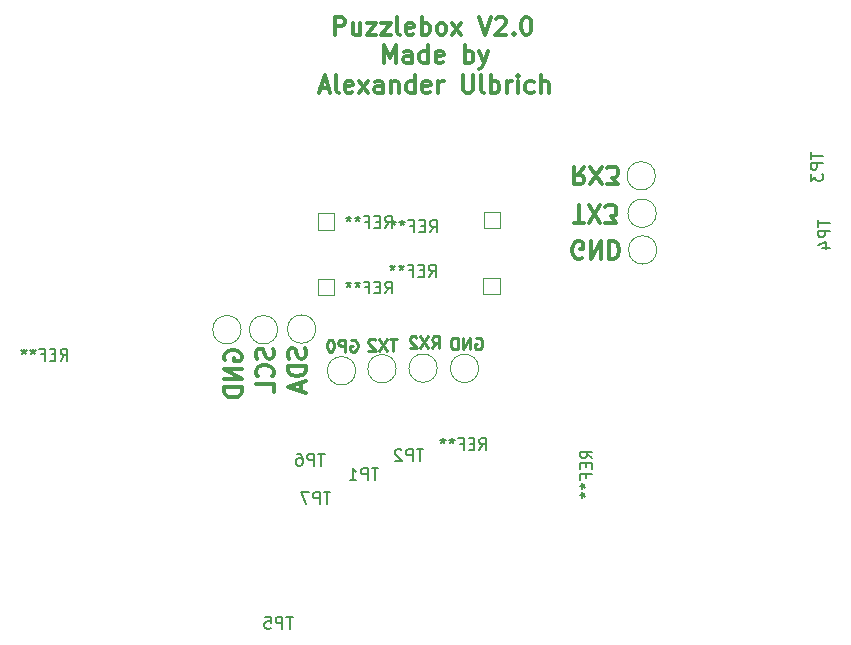
<source format=gbr>
G04 #@! TF.GenerationSoftware,KiCad,Pcbnew,5.0.2-bee76a0~70~ubuntu18.04.1*
G04 #@! TF.CreationDate,2019-11-03T21:10:50+01:00*
G04 #@! TF.ProjectId,puzzlebox,70757a7a-6c65-4626-9f78-2e6b69636164,rev?*
G04 #@! TF.SameCoordinates,Original*
G04 #@! TF.FileFunction,Legend,Bot*
G04 #@! TF.FilePolarity,Positive*
%FSLAX46Y46*%
G04 Gerber Fmt 4.6, Leading zero omitted, Abs format (unit mm)*
G04 Created by KiCad (PCBNEW 5.0.2-bee76a0~70~ubuntu18.04.1) date So 03 Nov 2019 21:10:50 CET*
%MOMM*%
%LPD*%
G01*
G04 APERTURE LIST*
%ADD10C,0.300000*%
%ADD11C,0.250000*%
%ADD12C,0.120000*%
%ADD13C,0.150000*%
G04 APERTURE END LIST*
D10*
X94916371Y-77991171D02*
X94916371Y-76491171D01*
X95416371Y-77562600D01*
X95916371Y-76491171D01*
X95916371Y-77991171D01*
X97273514Y-77991171D02*
X97273514Y-77205457D01*
X97202085Y-77062600D01*
X97059228Y-76991171D01*
X96773514Y-76991171D01*
X96630657Y-77062600D01*
X97273514Y-77919742D02*
X97130657Y-77991171D01*
X96773514Y-77991171D01*
X96630657Y-77919742D01*
X96559228Y-77776885D01*
X96559228Y-77634028D01*
X96630657Y-77491171D01*
X96773514Y-77419742D01*
X97130657Y-77419742D01*
X97273514Y-77348314D01*
X98630657Y-77991171D02*
X98630657Y-76491171D01*
X98630657Y-77919742D02*
X98487800Y-77991171D01*
X98202085Y-77991171D01*
X98059228Y-77919742D01*
X97987800Y-77848314D01*
X97916371Y-77705457D01*
X97916371Y-77276885D01*
X97987800Y-77134028D01*
X98059228Y-77062600D01*
X98202085Y-76991171D01*
X98487800Y-76991171D01*
X98630657Y-77062600D01*
X99916371Y-77919742D02*
X99773514Y-77991171D01*
X99487800Y-77991171D01*
X99344942Y-77919742D01*
X99273514Y-77776885D01*
X99273514Y-77205457D01*
X99344942Y-77062600D01*
X99487800Y-76991171D01*
X99773514Y-76991171D01*
X99916371Y-77062600D01*
X99987800Y-77205457D01*
X99987800Y-77348314D01*
X99273514Y-77491171D01*
X101773514Y-77991171D02*
X101773514Y-76491171D01*
X101773514Y-77062600D02*
X101916371Y-76991171D01*
X102202085Y-76991171D01*
X102344942Y-77062600D01*
X102416371Y-77134028D01*
X102487800Y-77276885D01*
X102487800Y-77705457D01*
X102416371Y-77848314D01*
X102344942Y-77919742D01*
X102202085Y-77991171D01*
X101916371Y-77991171D01*
X101773514Y-77919742D01*
X102987800Y-76991171D02*
X103344942Y-77991171D01*
X103702085Y-76991171D02*
X103344942Y-77991171D01*
X103202085Y-78348314D01*
X103130657Y-78419742D01*
X102987800Y-78491171D01*
X89523514Y-80112600D02*
X90237800Y-80112600D01*
X89380657Y-80541171D02*
X89880657Y-79041171D01*
X90380657Y-80541171D01*
X91094942Y-80541171D02*
X90952085Y-80469742D01*
X90880657Y-80326885D01*
X90880657Y-79041171D01*
X92237800Y-80469742D02*
X92094942Y-80541171D01*
X91809228Y-80541171D01*
X91666371Y-80469742D01*
X91594942Y-80326885D01*
X91594942Y-79755457D01*
X91666371Y-79612600D01*
X91809228Y-79541171D01*
X92094942Y-79541171D01*
X92237800Y-79612600D01*
X92309228Y-79755457D01*
X92309228Y-79898314D01*
X91594942Y-80041171D01*
X92809228Y-80541171D02*
X93594942Y-79541171D01*
X92809228Y-79541171D02*
X93594942Y-80541171D01*
X94809228Y-80541171D02*
X94809228Y-79755457D01*
X94737800Y-79612600D01*
X94594942Y-79541171D01*
X94309228Y-79541171D01*
X94166371Y-79612600D01*
X94809228Y-80469742D02*
X94666371Y-80541171D01*
X94309228Y-80541171D01*
X94166371Y-80469742D01*
X94094942Y-80326885D01*
X94094942Y-80184028D01*
X94166371Y-80041171D01*
X94309228Y-79969742D01*
X94666371Y-79969742D01*
X94809228Y-79898314D01*
X95523514Y-79541171D02*
X95523514Y-80541171D01*
X95523514Y-79684028D02*
X95594942Y-79612600D01*
X95737800Y-79541171D01*
X95952085Y-79541171D01*
X96094942Y-79612600D01*
X96166371Y-79755457D01*
X96166371Y-80541171D01*
X97523514Y-80541171D02*
X97523514Y-79041171D01*
X97523514Y-80469742D02*
X97380657Y-80541171D01*
X97094942Y-80541171D01*
X96952085Y-80469742D01*
X96880657Y-80398314D01*
X96809228Y-80255457D01*
X96809228Y-79826885D01*
X96880657Y-79684028D01*
X96952085Y-79612600D01*
X97094942Y-79541171D01*
X97380657Y-79541171D01*
X97523514Y-79612600D01*
X98809228Y-80469742D02*
X98666371Y-80541171D01*
X98380657Y-80541171D01*
X98237800Y-80469742D01*
X98166371Y-80326885D01*
X98166371Y-79755457D01*
X98237800Y-79612600D01*
X98380657Y-79541171D01*
X98666371Y-79541171D01*
X98809228Y-79612600D01*
X98880657Y-79755457D01*
X98880657Y-79898314D01*
X98166371Y-80041171D01*
X99523514Y-80541171D02*
X99523514Y-79541171D01*
X99523514Y-79826885D02*
X99594942Y-79684028D01*
X99666371Y-79612600D01*
X99809228Y-79541171D01*
X99952085Y-79541171D01*
X101594942Y-79041171D02*
X101594942Y-80255457D01*
X101666371Y-80398314D01*
X101737800Y-80469742D01*
X101880657Y-80541171D01*
X102166371Y-80541171D01*
X102309228Y-80469742D01*
X102380657Y-80398314D01*
X102452085Y-80255457D01*
X102452085Y-79041171D01*
X103380657Y-80541171D02*
X103237800Y-80469742D01*
X103166371Y-80326885D01*
X103166371Y-79041171D01*
X103952085Y-80541171D02*
X103952085Y-79041171D01*
X103952085Y-79612600D02*
X104094942Y-79541171D01*
X104380657Y-79541171D01*
X104523514Y-79612600D01*
X104594942Y-79684028D01*
X104666371Y-79826885D01*
X104666371Y-80255457D01*
X104594942Y-80398314D01*
X104523514Y-80469742D01*
X104380657Y-80541171D01*
X104094942Y-80541171D01*
X103952085Y-80469742D01*
X105309228Y-80541171D02*
X105309228Y-79541171D01*
X105309228Y-79826885D02*
X105380657Y-79684028D01*
X105452085Y-79612600D01*
X105594942Y-79541171D01*
X105737800Y-79541171D01*
X106237800Y-80541171D02*
X106237800Y-79541171D01*
X106237800Y-79041171D02*
X106166371Y-79112600D01*
X106237800Y-79184028D01*
X106309228Y-79112600D01*
X106237800Y-79041171D01*
X106237800Y-79184028D01*
X107594942Y-80469742D02*
X107452085Y-80541171D01*
X107166371Y-80541171D01*
X107023514Y-80469742D01*
X106952085Y-80398314D01*
X106880657Y-80255457D01*
X106880657Y-79826885D01*
X106952085Y-79684028D01*
X107023514Y-79612600D01*
X107166371Y-79541171D01*
X107452085Y-79541171D01*
X107594942Y-79612600D01*
X108237800Y-80541171D02*
X108237800Y-79041171D01*
X108880657Y-80541171D02*
X108880657Y-79755457D01*
X108809228Y-79612600D01*
X108666371Y-79541171D01*
X108452085Y-79541171D01*
X108309228Y-79612600D01*
X108237800Y-79684028D01*
X90748885Y-75608571D02*
X90748885Y-74108571D01*
X91320314Y-74108571D01*
X91463171Y-74180000D01*
X91534600Y-74251428D01*
X91606028Y-74394285D01*
X91606028Y-74608571D01*
X91534600Y-74751428D01*
X91463171Y-74822857D01*
X91320314Y-74894285D01*
X90748885Y-74894285D01*
X92891742Y-74608571D02*
X92891742Y-75608571D01*
X92248885Y-74608571D02*
X92248885Y-75394285D01*
X92320314Y-75537142D01*
X92463171Y-75608571D01*
X92677457Y-75608571D01*
X92820314Y-75537142D01*
X92891742Y-75465714D01*
X93463171Y-74608571D02*
X94248885Y-74608571D01*
X93463171Y-75608571D01*
X94248885Y-75608571D01*
X94677457Y-74608571D02*
X95463171Y-74608571D01*
X94677457Y-75608571D01*
X95463171Y-75608571D01*
X96248885Y-75608571D02*
X96106028Y-75537142D01*
X96034600Y-75394285D01*
X96034600Y-74108571D01*
X97391742Y-75537142D02*
X97248885Y-75608571D01*
X96963171Y-75608571D01*
X96820314Y-75537142D01*
X96748885Y-75394285D01*
X96748885Y-74822857D01*
X96820314Y-74680000D01*
X96963171Y-74608571D01*
X97248885Y-74608571D01*
X97391742Y-74680000D01*
X97463171Y-74822857D01*
X97463171Y-74965714D01*
X96748885Y-75108571D01*
X98106028Y-75608571D02*
X98106028Y-74108571D01*
X98106028Y-74680000D02*
X98248885Y-74608571D01*
X98534600Y-74608571D01*
X98677457Y-74680000D01*
X98748885Y-74751428D01*
X98820314Y-74894285D01*
X98820314Y-75322857D01*
X98748885Y-75465714D01*
X98677457Y-75537142D01*
X98534600Y-75608571D01*
X98248885Y-75608571D01*
X98106028Y-75537142D01*
X99677457Y-75608571D02*
X99534600Y-75537142D01*
X99463171Y-75465714D01*
X99391742Y-75322857D01*
X99391742Y-74894285D01*
X99463171Y-74751428D01*
X99534600Y-74680000D01*
X99677457Y-74608571D01*
X99891742Y-74608571D01*
X100034600Y-74680000D01*
X100106028Y-74751428D01*
X100177457Y-74894285D01*
X100177457Y-75322857D01*
X100106028Y-75465714D01*
X100034600Y-75537142D01*
X99891742Y-75608571D01*
X99677457Y-75608571D01*
X100677457Y-75608571D02*
X101463171Y-74608571D01*
X100677457Y-74608571D02*
X101463171Y-75608571D01*
X102963171Y-74108571D02*
X103463171Y-75608571D01*
X103963171Y-74108571D01*
X104391742Y-74251428D02*
X104463171Y-74180000D01*
X104606028Y-74108571D01*
X104963171Y-74108571D01*
X105106028Y-74180000D01*
X105177457Y-74251428D01*
X105248885Y-74394285D01*
X105248885Y-74537142D01*
X105177457Y-74751428D01*
X104320314Y-75608571D01*
X105248885Y-75608571D01*
X105891742Y-75465714D02*
X105963171Y-75537142D01*
X105891742Y-75608571D01*
X105820314Y-75537142D01*
X105891742Y-75465714D01*
X105891742Y-75608571D01*
X106891742Y-74108571D02*
X107034599Y-74108571D01*
X107177457Y-74180000D01*
X107248885Y-74251428D01*
X107320314Y-74394285D01*
X107391742Y-74680000D01*
X107391742Y-75037142D01*
X107320314Y-75322857D01*
X107248885Y-75465714D01*
X107177457Y-75537142D01*
X107034599Y-75608571D01*
X106891742Y-75608571D01*
X106748885Y-75537142D01*
X106677457Y-75465714D01*
X106606028Y-75322857D01*
X106534599Y-75037142D01*
X106534599Y-74680000D01*
X106606028Y-74394285D01*
X106677457Y-74251428D01*
X106748885Y-74180000D01*
X106891742Y-74108571D01*
D11*
X92103485Y-101481000D02*
X92198723Y-101433380D01*
X92341580Y-101433380D01*
X92484438Y-101481000D01*
X92579676Y-101576238D01*
X92627295Y-101671476D01*
X92674914Y-101861952D01*
X92674914Y-102004809D01*
X92627295Y-102195285D01*
X92579676Y-102290523D01*
X92484438Y-102385761D01*
X92341580Y-102433380D01*
X92246342Y-102433380D01*
X92103485Y-102385761D01*
X92055866Y-102338142D01*
X92055866Y-102004809D01*
X92246342Y-102004809D01*
X91627295Y-102433380D02*
X91627295Y-101433380D01*
X91246342Y-101433380D01*
X91151104Y-101481000D01*
X91103485Y-101528619D01*
X91055866Y-101623857D01*
X91055866Y-101766714D01*
X91103485Y-101861952D01*
X91151104Y-101909571D01*
X91246342Y-101957190D01*
X91627295Y-101957190D01*
X90436819Y-101433380D02*
X90341580Y-101433380D01*
X90246342Y-101481000D01*
X90198723Y-101528619D01*
X90151104Y-101623857D01*
X90103485Y-101814333D01*
X90103485Y-102052428D01*
X90151104Y-102242904D01*
X90198723Y-102338142D01*
X90246342Y-102385761D01*
X90341580Y-102433380D01*
X90436819Y-102433380D01*
X90532057Y-102385761D01*
X90579676Y-102338142D01*
X90627295Y-102242904D01*
X90674914Y-102052428D01*
X90674914Y-101814333D01*
X90627295Y-101623857D01*
X90579676Y-101528619D01*
X90532057Y-101481000D01*
X90436819Y-101433380D01*
D10*
X111683942Y-94526800D02*
X111541085Y-94598228D01*
X111326800Y-94598228D01*
X111112514Y-94526800D01*
X110969657Y-94383942D01*
X110898228Y-94241085D01*
X110826800Y-93955371D01*
X110826800Y-93741085D01*
X110898228Y-93455371D01*
X110969657Y-93312514D01*
X111112514Y-93169657D01*
X111326800Y-93098228D01*
X111469657Y-93098228D01*
X111683942Y-93169657D01*
X111755371Y-93241085D01*
X111755371Y-93741085D01*
X111469657Y-93741085D01*
X112398228Y-93098228D02*
X112398228Y-94598228D01*
X113255371Y-93098228D01*
X113255371Y-94598228D01*
X113969657Y-93098228D02*
X113969657Y-94598228D01*
X114326800Y-94598228D01*
X114541085Y-94526800D01*
X114683942Y-94383942D01*
X114755371Y-94241085D01*
X114826800Y-93955371D01*
X114826800Y-93741085D01*
X114755371Y-93455371D01*
X114683942Y-93312514D01*
X114541085Y-93169657D01*
X114326800Y-93098228D01*
X113969657Y-93098228D01*
X81444400Y-103174942D02*
X81372971Y-103032085D01*
X81372971Y-102817800D01*
X81444400Y-102603514D01*
X81587257Y-102460657D01*
X81730114Y-102389228D01*
X82015828Y-102317800D01*
X82230114Y-102317800D01*
X82515828Y-102389228D01*
X82658685Y-102460657D01*
X82801542Y-102603514D01*
X82872971Y-102817800D01*
X82872971Y-102960657D01*
X82801542Y-103174942D01*
X82730114Y-103246371D01*
X82230114Y-103246371D01*
X82230114Y-102960657D01*
X82872971Y-103889228D02*
X81372971Y-103889228D01*
X82872971Y-104746371D01*
X81372971Y-104746371D01*
X82872971Y-105460657D02*
X81372971Y-105460657D01*
X81372971Y-105817800D01*
X81444400Y-106032085D01*
X81587257Y-106174942D01*
X81730114Y-106246371D01*
X82015828Y-106317800D01*
X82230114Y-106317800D01*
X82515828Y-106246371D01*
X82658685Y-106174942D01*
X82801542Y-106032085D01*
X82872971Y-105817800D01*
X82872971Y-105460657D01*
D11*
X102666704Y-101303200D02*
X102761942Y-101255580D01*
X102904800Y-101255580D01*
X103047657Y-101303200D01*
X103142895Y-101398438D01*
X103190514Y-101493676D01*
X103238133Y-101684152D01*
X103238133Y-101827009D01*
X103190514Y-102017485D01*
X103142895Y-102112723D01*
X103047657Y-102207961D01*
X102904800Y-102255580D01*
X102809561Y-102255580D01*
X102666704Y-102207961D01*
X102619085Y-102160342D01*
X102619085Y-101827009D01*
X102809561Y-101827009D01*
X102190514Y-102255580D02*
X102190514Y-101255580D01*
X101619085Y-102255580D01*
X101619085Y-101255580D01*
X101142895Y-102255580D02*
X101142895Y-101255580D01*
X100904800Y-101255580D01*
X100761942Y-101303200D01*
X100666704Y-101398438D01*
X100619085Y-101493676D01*
X100571466Y-101684152D01*
X100571466Y-101827009D01*
X100619085Y-102017485D01*
X100666704Y-102112723D01*
X100761942Y-102207961D01*
X100904800Y-102255580D01*
X101142895Y-102255580D01*
D10*
X88211742Y-102166171D02*
X88283171Y-102380457D01*
X88283171Y-102737600D01*
X88211742Y-102880457D01*
X88140314Y-102951885D01*
X87997457Y-103023314D01*
X87854600Y-103023314D01*
X87711742Y-102951885D01*
X87640314Y-102880457D01*
X87568885Y-102737600D01*
X87497457Y-102451885D01*
X87426028Y-102309028D01*
X87354600Y-102237600D01*
X87211742Y-102166171D01*
X87068885Y-102166171D01*
X86926028Y-102237600D01*
X86854600Y-102309028D01*
X86783171Y-102451885D01*
X86783171Y-102809028D01*
X86854600Y-103023314D01*
X88283171Y-103666171D02*
X86783171Y-103666171D01*
X86783171Y-104023314D01*
X86854600Y-104237600D01*
X86997457Y-104380457D01*
X87140314Y-104451885D01*
X87426028Y-104523314D01*
X87640314Y-104523314D01*
X87926028Y-104451885D01*
X88068885Y-104380457D01*
X88211742Y-104237600D01*
X88283171Y-104023314D01*
X88283171Y-103666171D01*
X87854600Y-105094742D02*
X87854600Y-105809028D01*
X88283171Y-104951885D02*
X86783171Y-105451885D01*
X88283171Y-105951885D01*
X85493942Y-102176485D02*
X85565371Y-102390771D01*
X85565371Y-102747914D01*
X85493942Y-102890771D01*
X85422514Y-102962200D01*
X85279657Y-103033628D01*
X85136800Y-103033628D01*
X84993942Y-102962200D01*
X84922514Y-102890771D01*
X84851085Y-102747914D01*
X84779657Y-102462200D01*
X84708228Y-102319342D01*
X84636800Y-102247914D01*
X84493942Y-102176485D01*
X84351085Y-102176485D01*
X84208228Y-102247914D01*
X84136800Y-102319342D01*
X84065371Y-102462200D01*
X84065371Y-102819342D01*
X84136800Y-103033628D01*
X85422514Y-104533628D02*
X85493942Y-104462200D01*
X85565371Y-104247914D01*
X85565371Y-104105057D01*
X85493942Y-103890771D01*
X85351085Y-103747914D01*
X85208228Y-103676485D01*
X84922514Y-103605057D01*
X84708228Y-103605057D01*
X84422514Y-103676485D01*
X84279657Y-103747914D01*
X84136800Y-103890771D01*
X84065371Y-104105057D01*
X84065371Y-104247914D01*
X84136800Y-104462200D01*
X84208228Y-104533628D01*
X85565371Y-105890771D02*
X85565371Y-105176485D01*
X84065371Y-105176485D01*
D11*
X95980095Y-101357180D02*
X95408666Y-101357180D01*
X95694380Y-102357180D02*
X95694380Y-101357180D01*
X95170571Y-101357180D02*
X94503904Y-102357180D01*
X94503904Y-101357180D02*
X95170571Y-102357180D01*
X94170571Y-101452419D02*
X94122952Y-101404800D01*
X94027714Y-101357180D01*
X93789619Y-101357180D01*
X93694380Y-101404800D01*
X93646761Y-101452419D01*
X93599142Y-101547657D01*
X93599142Y-101642895D01*
X93646761Y-101785752D01*
X94218190Y-102357180D01*
X93599142Y-102357180D01*
X98991657Y-102153980D02*
X99324990Y-101677790D01*
X99563085Y-102153980D02*
X99563085Y-101153980D01*
X99182133Y-101153980D01*
X99086895Y-101201600D01*
X99039276Y-101249219D01*
X98991657Y-101344457D01*
X98991657Y-101487314D01*
X99039276Y-101582552D01*
X99086895Y-101630171D01*
X99182133Y-101677790D01*
X99563085Y-101677790D01*
X98658323Y-101153980D02*
X97991657Y-102153980D01*
X97991657Y-101153980D02*
X98658323Y-102153980D01*
X97658323Y-101249219D02*
X97610704Y-101201600D01*
X97515466Y-101153980D01*
X97277371Y-101153980D01*
X97182133Y-101201600D01*
X97134514Y-101249219D01*
X97086895Y-101344457D01*
X97086895Y-101439695D01*
X97134514Y-101582552D01*
X97705942Y-102153980D01*
X97086895Y-102153980D01*
D10*
X111020457Y-91550228D02*
X111877600Y-91550228D01*
X111449028Y-90050228D02*
X111449028Y-91550228D01*
X112234742Y-91550228D02*
X113234742Y-90050228D01*
X113234742Y-91550228D02*
X112234742Y-90050228D01*
X113663314Y-91550228D02*
X114591885Y-91550228D01*
X114091885Y-90978800D01*
X114306171Y-90978800D01*
X114449028Y-90907371D01*
X114520457Y-90835942D01*
X114591885Y-90693085D01*
X114591885Y-90335942D01*
X114520457Y-90193085D01*
X114449028Y-90121657D01*
X114306171Y-90050228D01*
X113877600Y-90050228D01*
X113734742Y-90121657D01*
X113663314Y-90193085D01*
X111862514Y-86773628D02*
X111362514Y-87487914D01*
X111005371Y-86773628D02*
X111005371Y-88273628D01*
X111576800Y-88273628D01*
X111719657Y-88202200D01*
X111791085Y-88130771D01*
X111862514Y-87987914D01*
X111862514Y-87773628D01*
X111791085Y-87630771D01*
X111719657Y-87559342D01*
X111576800Y-87487914D01*
X111005371Y-87487914D01*
X112362514Y-88273628D02*
X113362514Y-86773628D01*
X113362514Y-88273628D02*
X112362514Y-86773628D01*
X113791085Y-88273628D02*
X114719657Y-88273628D01*
X114219657Y-87702200D01*
X114433942Y-87702200D01*
X114576800Y-87630771D01*
X114648228Y-87559342D01*
X114719657Y-87416485D01*
X114719657Y-87059342D01*
X114648228Y-86916485D01*
X114576800Y-86845057D01*
X114433942Y-86773628D01*
X114005371Y-86773628D01*
X113862514Y-86845057D01*
X113791085Y-86916485D01*
D12*
G04 #@! TO.C,REF\002A\002A*
X103363800Y-92013000D02*
X104763800Y-92013000D01*
X104763800Y-92013000D02*
X104763800Y-90613000D01*
X104763800Y-90613000D02*
X103363800Y-90613000D01*
X103363800Y-90613000D02*
X103363800Y-92013000D01*
X103313000Y-97575600D02*
X104713000Y-97575600D01*
X104713000Y-97575600D02*
X104713000Y-96175600D01*
X104713000Y-96175600D02*
X103313000Y-96175600D01*
X103313000Y-96175600D02*
X103313000Y-97575600D01*
X89292200Y-97677200D02*
X90692200Y-97677200D01*
X90692200Y-97677200D02*
X90692200Y-96277200D01*
X90692200Y-96277200D02*
X89292200Y-96277200D01*
X89292200Y-96277200D02*
X89292200Y-97677200D01*
X118014600Y-93827600D02*
G75*
G03X118014600Y-93827600I-1200000J0D01*
G01*
X102927000Y-103860600D02*
G75*
G03X102927000Y-103860600I-1200000J0D01*
G01*
G04 #@! TO.C,TP1*
X95942000Y-103886000D02*
G75*
G03X95942000Y-103886000I-1200000J0D01*
G01*
G04 #@! TO.C,TP2*
X99421800Y-103835200D02*
G75*
G03X99421800Y-103835200I-1200000J0D01*
G01*
G04 #@! TO.C,TP3*
X117887600Y-87553800D02*
G75*
G03X117887600Y-87553800I-1200000J0D01*
G01*
G04 #@! TO.C,TP4*
X117963800Y-90728800D02*
G75*
G03X117963800Y-90728800I-1200000J0D01*
G01*
G04 #@! TO.C,TP5*
X85909000Y-100584000D02*
G75*
G03X85909000Y-100584000I-1200000J0D01*
G01*
G04 #@! TO.C,TP6*
X89134800Y-100533200D02*
G75*
G03X89134800Y-100533200I-1200000J0D01*
G01*
G04 #@! TO.C,REF\002A\002A*
X82810200Y-100584000D02*
G75*
G03X82810200Y-100584000I-1200000J0D01*
G01*
G04 #@! TO.C,TP7*
X92513000Y-104063800D02*
G75*
G03X92513000Y-104063800I-1200000J0D01*
G01*
G04 #@! TO.C,REF\002A\002A*
X89292200Y-90740000D02*
X89292200Y-92140000D01*
X90692200Y-90740000D02*
X89292200Y-90740000D01*
X90692200Y-92140000D02*
X90692200Y-90740000D01*
X89292200Y-92140000D02*
X90692200Y-92140000D01*
D13*
X98793133Y-92324180D02*
X99126466Y-91847990D01*
X99364561Y-92324180D02*
X99364561Y-91324180D01*
X98983609Y-91324180D01*
X98888371Y-91371800D01*
X98840752Y-91419419D01*
X98793133Y-91514657D01*
X98793133Y-91657514D01*
X98840752Y-91752752D01*
X98888371Y-91800371D01*
X98983609Y-91847990D01*
X99364561Y-91847990D01*
X98364561Y-91800371D02*
X98031228Y-91800371D01*
X97888371Y-92324180D02*
X98364561Y-92324180D01*
X98364561Y-91324180D01*
X97888371Y-91324180D01*
X97126466Y-91800371D02*
X97459800Y-91800371D01*
X97459800Y-92324180D02*
X97459800Y-91324180D01*
X96983609Y-91324180D01*
X96459800Y-91324180D02*
X96459800Y-91562276D01*
X96697895Y-91467038D02*
X96459800Y-91562276D01*
X96221704Y-91467038D01*
X96602657Y-91752752D02*
X96459800Y-91562276D01*
X96316942Y-91752752D01*
X95697895Y-91324180D02*
X95697895Y-91562276D01*
X95935990Y-91467038D02*
X95697895Y-91562276D01*
X95459800Y-91467038D01*
X95840752Y-91752752D02*
X95697895Y-91562276D01*
X95555038Y-91752752D01*
X98716933Y-96083380D02*
X99050266Y-95607190D01*
X99288361Y-96083380D02*
X99288361Y-95083380D01*
X98907409Y-95083380D01*
X98812171Y-95131000D01*
X98764552Y-95178619D01*
X98716933Y-95273857D01*
X98716933Y-95416714D01*
X98764552Y-95511952D01*
X98812171Y-95559571D01*
X98907409Y-95607190D01*
X99288361Y-95607190D01*
X98288361Y-95559571D02*
X97955028Y-95559571D01*
X97812171Y-96083380D02*
X98288361Y-96083380D01*
X98288361Y-95083380D01*
X97812171Y-95083380D01*
X97050266Y-95559571D02*
X97383600Y-95559571D01*
X97383600Y-96083380D02*
X97383600Y-95083380D01*
X96907409Y-95083380D01*
X96383600Y-95083380D02*
X96383600Y-95321476D01*
X96621695Y-95226238D02*
X96383600Y-95321476D01*
X96145504Y-95226238D01*
X96526457Y-95511952D02*
X96383600Y-95321476D01*
X96240742Y-95511952D01*
X95621695Y-95083380D02*
X95621695Y-95321476D01*
X95859790Y-95226238D02*
X95621695Y-95321476D01*
X95383600Y-95226238D01*
X95764552Y-95511952D02*
X95621695Y-95321476D01*
X95478838Y-95511952D01*
X95008533Y-97505780D02*
X95341866Y-97029590D01*
X95579961Y-97505780D02*
X95579961Y-96505780D01*
X95199009Y-96505780D01*
X95103771Y-96553400D01*
X95056152Y-96601019D01*
X95008533Y-96696257D01*
X95008533Y-96839114D01*
X95056152Y-96934352D01*
X95103771Y-96981971D01*
X95199009Y-97029590D01*
X95579961Y-97029590D01*
X94579961Y-96981971D02*
X94246628Y-96981971D01*
X94103771Y-97505780D02*
X94579961Y-97505780D01*
X94579961Y-96505780D01*
X94103771Y-96505780D01*
X93341866Y-96981971D02*
X93675200Y-96981971D01*
X93675200Y-97505780D02*
X93675200Y-96505780D01*
X93199009Y-96505780D01*
X92675200Y-96505780D02*
X92675200Y-96743876D01*
X92913295Y-96648638D02*
X92675200Y-96743876D01*
X92437104Y-96648638D01*
X92818057Y-96934352D02*
X92675200Y-96743876D01*
X92532342Y-96934352D01*
X91913295Y-96505780D02*
X91913295Y-96743876D01*
X92151390Y-96648638D02*
X91913295Y-96743876D01*
X91675200Y-96648638D01*
X92056152Y-96934352D02*
X91913295Y-96743876D01*
X91770438Y-96934352D01*
X112542580Y-111468066D02*
X112066390Y-111134733D01*
X112542580Y-110896638D02*
X111542580Y-110896638D01*
X111542580Y-111277590D01*
X111590200Y-111372828D01*
X111637819Y-111420447D01*
X111733057Y-111468066D01*
X111875914Y-111468066D01*
X111971152Y-111420447D01*
X112018771Y-111372828D01*
X112066390Y-111277590D01*
X112066390Y-110896638D01*
X112018771Y-111896638D02*
X112018771Y-112229971D01*
X112542580Y-112372828D02*
X112542580Y-111896638D01*
X111542580Y-111896638D01*
X111542580Y-112372828D01*
X112018771Y-113134733D02*
X112018771Y-112801400D01*
X112542580Y-112801400D02*
X111542580Y-112801400D01*
X111542580Y-113277590D01*
X111542580Y-113801400D02*
X111780676Y-113801400D01*
X111685438Y-113563304D02*
X111780676Y-113801400D01*
X111685438Y-114039495D01*
X111971152Y-113658542D02*
X111780676Y-113801400D01*
X111971152Y-113944257D01*
X111542580Y-114563304D02*
X111780676Y-114563304D01*
X111685438Y-114325209D02*
X111780676Y-114563304D01*
X111685438Y-114801400D01*
X111971152Y-114420447D02*
X111780676Y-114563304D01*
X111971152Y-114706161D01*
X102984133Y-110764580D02*
X103317466Y-110288390D01*
X103555561Y-110764580D02*
X103555561Y-109764580D01*
X103174609Y-109764580D01*
X103079371Y-109812200D01*
X103031752Y-109859819D01*
X102984133Y-109955057D01*
X102984133Y-110097914D01*
X103031752Y-110193152D01*
X103079371Y-110240771D01*
X103174609Y-110288390D01*
X103555561Y-110288390D01*
X102555561Y-110240771D02*
X102222228Y-110240771D01*
X102079371Y-110764580D02*
X102555561Y-110764580D01*
X102555561Y-109764580D01*
X102079371Y-109764580D01*
X101317466Y-110240771D02*
X101650800Y-110240771D01*
X101650800Y-110764580D02*
X101650800Y-109764580D01*
X101174609Y-109764580D01*
X100650800Y-109764580D02*
X100650800Y-110002676D01*
X100888895Y-109907438D02*
X100650800Y-110002676D01*
X100412704Y-109907438D01*
X100793657Y-110193152D02*
X100650800Y-110002676D01*
X100507942Y-110193152D01*
X99888895Y-109764580D02*
X99888895Y-110002676D01*
X100126990Y-109907438D02*
X99888895Y-110002676D01*
X99650800Y-109907438D01*
X100031752Y-110193152D02*
X99888895Y-110002676D01*
X99746038Y-110193152D01*
G04 #@! TO.C,TP1*
X94429104Y-112304580D02*
X93857676Y-112304580D01*
X94143390Y-113304580D02*
X94143390Y-112304580D01*
X93524342Y-113304580D02*
X93524342Y-112304580D01*
X93143390Y-112304580D01*
X93048152Y-112352200D01*
X93000533Y-112399819D01*
X92952914Y-112495057D01*
X92952914Y-112637914D01*
X93000533Y-112733152D01*
X93048152Y-112780771D01*
X93143390Y-112828390D01*
X93524342Y-112828390D01*
X92000533Y-113304580D02*
X92571961Y-113304580D01*
X92286247Y-113304580D02*
X92286247Y-112304580D01*
X92381485Y-112447438D01*
X92476723Y-112542676D01*
X92571961Y-112590295D01*
G04 #@! TO.C,TP2*
X98239104Y-110704380D02*
X97667676Y-110704380D01*
X97953390Y-111704380D02*
X97953390Y-110704380D01*
X97334342Y-111704380D02*
X97334342Y-110704380D01*
X96953390Y-110704380D01*
X96858152Y-110752000D01*
X96810533Y-110799619D01*
X96762914Y-110894857D01*
X96762914Y-111037714D01*
X96810533Y-111132952D01*
X96858152Y-111180571D01*
X96953390Y-111228190D01*
X97334342Y-111228190D01*
X96381961Y-110799619D02*
X96334342Y-110752000D01*
X96239104Y-110704380D01*
X96001009Y-110704380D01*
X95905771Y-110752000D01*
X95858152Y-110799619D01*
X95810533Y-110894857D01*
X95810533Y-110990095D01*
X95858152Y-111132952D01*
X96429580Y-111704380D01*
X95810533Y-111704380D01*
G04 #@! TO.C,TP3*
X131049780Y-85555295D02*
X131049780Y-86126723D01*
X132049780Y-85841009D02*
X131049780Y-85841009D01*
X132049780Y-86460057D02*
X131049780Y-86460057D01*
X131049780Y-86841009D01*
X131097400Y-86936247D01*
X131145019Y-86983866D01*
X131240257Y-87031485D01*
X131383114Y-87031485D01*
X131478352Y-86983866D01*
X131525971Y-86936247D01*
X131573590Y-86841009D01*
X131573590Y-86460057D01*
X131049780Y-87364819D02*
X131049780Y-87983866D01*
X131430733Y-87650533D01*
X131430733Y-87793390D01*
X131478352Y-87888628D01*
X131525971Y-87936247D01*
X131621209Y-87983866D01*
X131859304Y-87983866D01*
X131954542Y-87936247D01*
X132002161Y-87888628D01*
X132049780Y-87793390D01*
X132049780Y-87507676D01*
X132002161Y-87412438D01*
X131954542Y-87364819D01*
G04 #@! TO.C,TP4*
X131684780Y-91295695D02*
X131684780Y-91867123D01*
X132684780Y-91581409D02*
X131684780Y-91581409D01*
X132684780Y-92200457D02*
X131684780Y-92200457D01*
X131684780Y-92581409D01*
X131732400Y-92676647D01*
X131780019Y-92724266D01*
X131875257Y-92771885D01*
X132018114Y-92771885D01*
X132113352Y-92724266D01*
X132160971Y-92676647D01*
X132208590Y-92581409D01*
X132208590Y-92200457D01*
X132018114Y-93629028D02*
X132684780Y-93629028D01*
X131637161Y-93390933D02*
X132351447Y-93152838D01*
X132351447Y-93771885D01*
G04 #@! TO.C,TP5*
X87215504Y-124902980D02*
X86644076Y-124902980D01*
X86929790Y-125902980D02*
X86929790Y-124902980D01*
X86310742Y-125902980D02*
X86310742Y-124902980D01*
X85929790Y-124902980D01*
X85834552Y-124950600D01*
X85786933Y-124998219D01*
X85739314Y-125093457D01*
X85739314Y-125236314D01*
X85786933Y-125331552D01*
X85834552Y-125379171D01*
X85929790Y-125426790D01*
X86310742Y-125426790D01*
X84834552Y-124902980D02*
X85310742Y-124902980D01*
X85358361Y-125379171D01*
X85310742Y-125331552D01*
X85215504Y-125283933D01*
X84977409Y-125283933D01*
X84882171Y-125331552D01*
X84834552Y-125379171D01*
X84786933Y-125474409D01*
X84786933Y-125712504D01*
X84834552Y-125807742D01*
X84882171Y-125855361D01*
X84977409Y-125902980D01*
X85215504Y-125902980D01*
X85310742Y-125855361D01*
X85358361Y-125807742D01*
G04 #@! TO.C,TP6*
X89882504Y-111085380D02*
X89311076Y-111085380D01*
X89596790Y-112085380D02*
X89596790Y-111085380D01*
X88977742Y-112085380D02*
X88977742Y-111085380D01*
X88596790Y-111085380D01*
X88501552Y-111133000D01*
X88453933Y-111180619D01*
X88406314Y-111275857D01*
X88406314Y-111418714D01*
X88453933Y-111513952D01*
X88501552Y-111561571D01*
X88596790Y-111609190D01*
X88977742Y-111609190D01*
X87549171Y-111085380D02*
X87739647Y-111085380D01*
X87834885Y-111133000D01*
X87882504Y-111180619D01*
X87977742Y-111323476D01*
X88025361Y-111513952D01*
X88025361Y-111894904D01*
X87977742Y-111990142D01*
X87930123Y-112037761D01*
X87834885Y-112085380D01*
X87644409Y-112085380D01*
X87549171Y-112037761D01*
X87501552Y-111990142D01*
X87453933Y-111894904D01*
X87453933Y-111656809D01*
X87501552Y-111561571D01*
X87549171Y-111513952D01*
X87644409Y-111466333D01*
X87834885Y-111466333D01*
X87930123Y-111513952D01*
X87977742Y-111561571D01*
X88025361Y-111656809D01*
G04 #@! TO.C,REF\002A\002A*
X67525733Y-103195380D02*
X67859066Y-102719190D01*
X68097161Y-103195380D02*
X68097161Y-102195380D01*
X67716209Y-102195380D01*
X67620971Y-102243000D01*
X67573352Y-102290619D01*
X67525733Y-102385857D01*
X67525733Y-102528714D01*
X67573352Y-102623952D01*
X67620971Y-102671571D01*
X67716209Y-102719190D01*
X68097161Y-102719190D01*
X67097161Y-102671571D02*
X66763828Y-102671571D01*
X66620971Y-103195380D02*
X67097161Y-103195380D01*
X67097161Y-102195380D01*
X66620971Y-102195380D01*
X65859066Y-102671571D02*
X66192400Y-102671571D01*
X66192400Y-103195380D02*
X66192400Y-102195380D01*
X65716209Y-102195380D01*
X65192400Y-102195380D02*
X65192400Y-102433476D01*
X65430495Y-102338238D02*
X65192400Y-102433476D01*
X64954304Y-102338238D01*
X65335257Y-102623952D02*
X65192400Y-102433476D01*
X65049542Y-102623952D01*
X64430495Y-102195380D02*
X64430495Y-102433476D01*
X64668590Y-102338238D02*
X64430495Y-102433476D01*
X64192400Y-102338238D01*
X64573352Y-102623952D02*
X64430495Y-102433476D01*
X64287638Y-102623952D01*
G04 #@! TO.C,TP7*
X90365104Y-114336580D02*
X89793676Y-114336580D01*
X90079390Y-115336580D02*
X90079390Y-114336580D01*
X89460342Y-115336580D02*
X89460342Y-114336580D01*
X89079390Y-114336580D01*
X88984152Y-114384200D01*
X88936533Y-114431819D01*
X88888914Y-114527057D01*
X88888914Y-114669914D01*
X88936533Y-114765152D01*
X88984152Y-114812771D01*
X89079390Y-114860390D01*
X89460342Y-114860390D01*
X88555580Y-114336580D02*
X87888914Y-114336580D01*
X88317485Y-115336580D01*
G04 #@! TO.C,REF\002A\002A*
X95008533Y-91968580D02*
X95341866Y-91492390D01*
X95579961Y-91968580D02*
X95579961Y-90968580D01*
X95199009Y-90968580D01*
X95103771Y-91016200D01*
X95056152Y-91063819D01*
X95008533Y-91159057D01*
X95008533Y-91301914D01*
X95056152Y-91397152D01*
X95103771Y-91444771D01*
X95199009Y-91492390D01*
X95579961Y-91492390D01*
X94579961Y-91444771D02*
X94246628Y-91444771D01*
X94103771Y-91968580D02*
X94579961Y-91968580D01*
X94579961Y-90968580D01*
X94103771Y-90968580D01*
X93341866Y-91444771D02*
X93675200Y-91444771D01*
X93675200Y-91968580D02*
X93675200Y-90968580D01*
X93199009Y-90968580D01*
X92675200Y-90968580D02*
X92675200Y-91206676D01*
X92913295Y-91111438D02*
X92675200Y-91206676D01*
X92437104Y-91111438D01*
X92818057Y-91397152D02*
X92675200Y-91206676D01*
X92532342Y-91397152D01*
X91913295Y-90968580D02*
X91913295Y-91206676D01*
X92151390Y-91111438D02*
X91913295Y-91206676D01*
X91675200Y-91111438D01*
X92056152Y-91397152D02*
X91913295Y-91206676D01*
X91770438Y-91397152D01*
G04 #@! TD*
M02*

</source>
